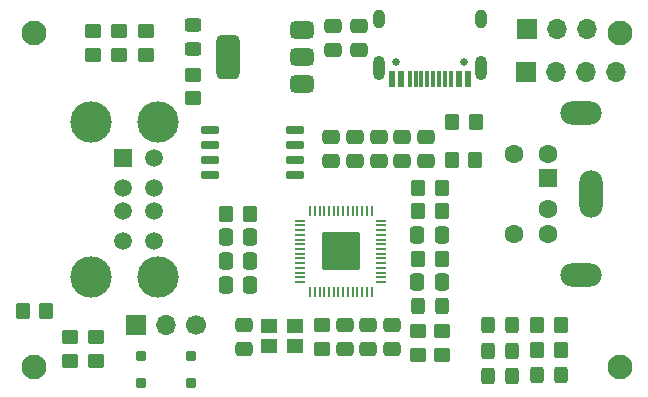
<source format=gbr>
G04 #@! TF.GenerationSoftware,KiCad,Pcbnew,8.0.4*
G04 #@! TF.CreationDate,2024-12-08T00:01:49+02:00*
G04 #@! TF.ProjectId,usb2ps2,75736232-7073-4322-9e6b-696361645f70,1.2*
G04 #@! TF.SameCoordinates,Original*
G04 #@! TF.FileFunction,Soldermask,Top*
G04 #@! TF.FilePolarity,Negative*
%FSLAX46Y46*%
G04 Gerber Fmt 4.6, Leading zero omitted, Abs format (unit mm)*
G04 Created by KiCad (PCBNEW 8.0.4) date 2024-12-08 00:01:49*
%MOMM*%
%LPD*%
G01*
G04 APERTURE LIST*
G04 Aperture macros list*
%AMRoundRect*
0 Rectangle with rounded corners*
0 $1 Rounding radius*
0 $2 $3 $4 $5 $6 $7 $8 $9 X,Y pos of 4 corners*
0 Add a 4 corners polygon primitive as box body*
4,1,4,$2,$3,$4,$5,$6,$7,$8,$9,$2,$3,0*
0 Add four circle primitives for the rounded corners*
1,1,$1+$1,$2,$3*
1,1,$1+$1,$4,$5*
1,1,$1+$1,$6,$7*
1,1,$1+$1,$8,$9*
0 Add four rect primitives between the rounded corners*
20,1,$1+$1,$2,$3,$4,$5,0*
20,1,$1+$1,$4,$5,$6,$7,0*
20,1,$1+$1,$6,$7,$8,$9,0*
20,1,$1+$1,$8,$9,$2,$3,0*%
G04 Aperture macros list end*
%ADD10RoundRect,0.250000X-0.450000X0.350000X-0.450000X-0.350000X0.450000X-0.350000X0.450000X0.350000X0*%
%ADD11RoundRect,0.250000X-0.350000X-0.450000X0.350000X-0.450000X0.350000X0.450000X-0.350000X0.450000X0*%
%ADD12RoundRect,0.250000X0.350000X0.450000X-0.350000X0.450000X-0.350000X-0.450000X0.350000X-0.450000X0*%
%ADD13RoundRect,0.250000X0.450000X-0.350000X0.450000X0.350000X-0.450000X0.350000X-0.450000X-0.350000X0*%
%ADD14RoundRect,0.250000X-0.450000X0.325000X-0.450000X-0.325000X0.450000X-0.325000X0.450000X0.325000X0*%
%ADD15RoundRect,0.250000X-0.325000X-0.450000X0.325000X-0.450000X0.325000X0.450000X-0.325000X0.450000X0*%
%ADD16C,2.100000*%
%ADD17RoundRect,0.250000X0.325000X0.450000X-0.325000X0.450000X-0.325000X-0.450000X0.325000X-0.450000X0*%
%ADD18RoundRect,0.250000X-0.475000X0.337500X-0.475000X-0.337500X0.475000X-0.337500X0.475000X0.337500X0*%
%ADD19RoundRect,0.250000X0.475000X-0.337500X0.475000X0.337500X-0.475000X0.337500X-0.475000X-0.337500X0*%
%ADD20RoundRect,0.250000X0.337500X0.475000X-0.337500X0.475000X-0.337500X-0.475000X0.337500X-0.475000X0*%
%ADD21RoundRect,0.250000X-0.337500X-0.475000X0.337500X-0.475000X0.337500X0.475000X-0.337500X0.475000X0*%
%ADD22R,1.700000X1.700000*%
%ADD23O,1.700000X1.700000*%
%ADD24R,1.500000X1.500000*%
%ADD25C,1.500000*%
%ADD26C,3.500000*%
%ADD27RoundRect,0.050000X-0.387500X-0.050000X0.387500X-0.050000X0.387500X0.050000X-0.387500X0.050000X0*%
%ADD28RoundRect,0.050000X-0.050000X-0.387500X0.050000X-0.387500X0.050000X0.387500X-0.050000X0.387500X0*%
%ADD29RoundRect,0.144000X-1.456000X-1.456000X1.456000X-1.456000X1.456000X1.456000X-1.456000X1.456000X0*%
%ADD30RoundRect,0.104987X0.295013X0.295013X-0.295013X0.295013X-0.295013X-0.295013X0.295013X-0.295013X0*%
%ADD31R,1.600000X1.600000*%
%ADD32C,1.600000*%
%ADD33O,3.500000X2.000000*%
%ADD34O,2.000000X4.000000*%
%ADD35R,1.400000X1.200000*%
%ADD36RoundRect,0.150000X-0.650000X-0.150000X0.650000X-0.150000X0.650000X0.150000X-0.650000X0.150000X0*%
%ADD37C,0.650000*%
%ADD38R,0.600000X1.450000*%
%ADD39R,0.300000X1.450000*%
%ADD40O,1.000000X2.100000*%
%ADD41O,1.000000X1.600000*%
%ADD42RoundRect,0.375000X0.625000X0.375000X-0.625000X0.375000X-0.625000X-0.375000X0.625000X-0.375000X0*%
%ADD43RoundRect,0.500000X0.500000X1.400000X-0.500000X1.400000X-0.500000X-1.400000X0.500000X-1.400000X0*%
%ADD44C,1.700000*%
G04 APERTURE END LIST*
D10*
X136750000Y-100950000D03*
X136750000Y-102950000D03*
X134750000Y-100950000D03*
X134750000Y-102950000D03*
D11*
X144850000Y-100400000D03*
X146850000Y-100400000D03*
X144800000Y-102500000D03*
X146800000Y-102500000D03*
D12*
X103250000Y-99200000D03*
X101250000Y-99200000D03*
D13*
X109450000Y-77550000D03*
X109450000Y-75550000D03*
X105250000Y-103450000D03*
X105250000Y-101450000D03*
X111700000Y-77550000D03*
X111700000Y-75550000D03*
D10*
X115725000Y-79222500D03*
X115725000Y-81222500D03*
D11*
X137600000Y-86400000D03*
X139600000Y-86400000D03*
X137650000Y-83250000D03*
X139650000Y-83250000D03*
D12*
X136725000Y-94800000D03*
X134725000Y-94800000D03*
D10*
X126575000Y-100425000D03*
X126575000Y-102425000D03*
D12*
X120500000Y-91000000D03*
X118500000Y-91000000D03*
D14*
X115700000Y-74975000D03*
X115700000Y-77025000D03*
D15*
X134700000Y-98800000D03*
X136750000Y-98800000D03*
D16*
X151850000Y-75700000D03*
X151850000Y-104000000D03*
X102250000Y-104000000D03*
X102250000Y-75700000D03*
D17*
X146850000Y-104650000D03*
X144800000Y-104650000D03*
D15*
X140650000Y-102600000D03*
X142700000Y-102600000D03*
X140650000Y-104750000D03*
X142700000Y-104750000D03*
X140650000Y-100400000D03*
X142700000Y-100400000D03*
D10*
X107500000Y-101437500D03*
X107500000Y-103437500D03*
X107200000Y-75512500D03*
X107200000Y-77512500D03*
D18*
X129700000Y-75062500D03*
X129700000Y-77137500D03*
X127500000Y-75062500D03*
X127500000Y-77137500D03*
X128525000Y-100400000D03*
X128525000Y-102475000D03*
D19*
X120025000Y-102462500D03*
X120025000Y-100387500D03*
X135400000Y-86537500D03*
X135400000Y-84462500D03*
X133400000Y-86537500D03*
X133400000Y-84462500D03*
D18*
X130525000Y-100400000D03*
X130525000Y-102475000D03*
D20*
X120537500Y-97000000D03*
X118462500Y-97000000D03*
X120537500Y-94990000D03*
X118462500Y-94990000D03*
D21*
X134687500Y-96800000D03*
X136762500Y-96800000D03*
X134687500Y-92800000D03*
X136762500Y-92800000D03*
D19*
X129400000Y-86537500D03*
X129400000Y-84462500D03*
X131400000Y-86537500D03*
X131400000Y-84462500D03*
X127400000Y-86537500D03*
X127400000Y-84462500D03*
D18*
X132525000Y-100400000D03*
X132525000Y-102475000D03*
D20*
X120537500Y-92990000D03*
X118462500Y-92990000D03*
D12*
X136725000Y-88800000D03*
X134725000Y-88800000D03*
X136725000Y-90800000D03*
X134725000Y-90800000D03*
D22*
X143900000Y-79000000D03*
D23*
X146440000Y-79000000D03*
X148980000Y-79000000D03*
X151520000Y-79000000D03*
D22*
X143925000Y-75350000D03*
D23*
X146465000Y-75350000D03*
X149005000Y-75350000D03*
D24*
X109780000Y-86299998D03*
D25*
X109780000Y-88799998D03*
X109780000Y-90799998D03*
X109780000Y-93299998D03*
X112400000Y-86299998D03*
X112400000Y-88799998D03*
X112400000Y-90799998D03*
X112400000Y-93299998D03*
D26*
X107070000Y-83229998D03*
X107070000Y-96369998D03*
X112750000Y-83229998D03*
X112750000Y-96369998D03*
D27*
X124762500Y-91575000D03*
X124762500Y-91975000D03*
X124762500Y-92375000D03*
X124762500Y-92775000D03*
X124762500Y-93175000D03*
X124762500Y-93575000D03*
X124762500Y-93975000D03*
X124762500Y-94375000D03*
X124762500Y-94775000D03*
X124762500Y-95175000D03*
X124762500Y-95575000D03*
X124762500Y-95975000D03*
X124762500Y-96375000D03*
X124762500Y-96775000D03*
D28*
X125600000Y-97612500D03*
X126000000Y-97612500D03*
X126400000Y-97612500D03*
X126800000Y-97612500D03*
X127200000Y-97612500D03*
X127600000Y-97612500D03*
X128000000Y-97612500D03*
X128400000Y-97612500D03*
X128800000Y-97612500D03*
X129200000Y-97612500D03*
X129600000Y-97612500D03*
X130000000Y-97612500D03*
X130400000Y-97612500D03*
X130800000Y-97612500D03*
D27*
X131637500Y-96775000D03*
X131637500Y-96375000D03*
X131637500Y-95975000D03*
X131637500Y-95575000D03*
X131637500Y-95175000D03*
X131637500Y-94775000D03*
X131637500Y-94375000D03*
X131637500Y-93975000D03*
X131637500Y-93575000D03*
X131637500Y-93175000D03*
X131637500Y-92775000D03*
X131637500Y-92375000D03*
X131637500Y-91975000D03*
X131637500Y-91575000D03*
D28*
X130800000Y-90737500D03*
X130400000Y-90737500D03*
X130000000Y-90737500D03*
X129600000Y-90737500D03*
X129200000Y-90737500D03*
X128800000Y-90737500D03*
X128400000Y-90737500D03*
X128000000Y-90737500D03*
X127600000Y-90737500D03*
X127200000Y-90737500D03*
X126800000Y-90737500D03*
X126400000Y-90737500D03*
X126000000Y-90737500D03*
X125600000Y-90737500D03*
D29*
X128200000Y-94175000D03*
D30*
X111295000Y-105305000D03*
X115505000Y-105305000D03*
X111295000Y-103050000D03*
X115505000Y-103050000D03*
D31*
X145700000Y-88000000D03*
D32*
X145700000Y-90600000D03*
D33*
X148550000Y-96150000D03*
D34*
X149350000Y-89300000D03*
D32*
X145700000Y-85900000D03*
D33*
X148550000Y-82450000D03*
D32*
X145700000Y-92700000D03*
X142900000Y-85900000D03*
X142900000Y-92700000D03*
D35*
X122125000Y-102175000D03*
X124325000Y-102175000D03*
X124325000Y-100475000D03*
X122125000Y-100475000D03*
D36*
X117100000Y-83895000D03*
X117100000Y-85165000D03*
X117100000Y-86435000D03*
X117100000Y-87705000D03*
X124300000Y-87705000D03*
X124300000Y-86435000D03*
X124300000Y-85165000D03*
X124300000Y-83895000D03*
D37*
X138670000Y-78150000D03*
X132890000Y-78150000D03*
D38*
X139005000Y-79595000D03*
X138230000Y-79595000D03*
D39*
X137530000Y-79595000D03*
X137030000Y-79595000D03*
X136530000Y-79595000D03*
X136030000Y-79595000D03*
X135530000Y-79595000D03*
X135030000Y-79595000D03*
X134530000Y-79595000D03*
X134030000Y-79595000D03*
D38*
X133330000Y-79595000D03*
X132555000Y-79595000D03*
D40*
X140100000Y-78680000D03*
D41*
X140100000Y-74500000D03*
D40*
X131460000Y-78680000D03*
D41*
X131460000Y-74500000D03*
D42*
X124950000Y-80000000D03*
X124950000Y-77700000D03*
D43*
X118650000Y-77700000D03*
D42*
X124950000Y-75400000D03*
D22*
X110820000Y-100450000D03*
D23*
X113360000Y-100450000D03*
D44*
X115900000Y-100450000D03*
M02*

</source>
